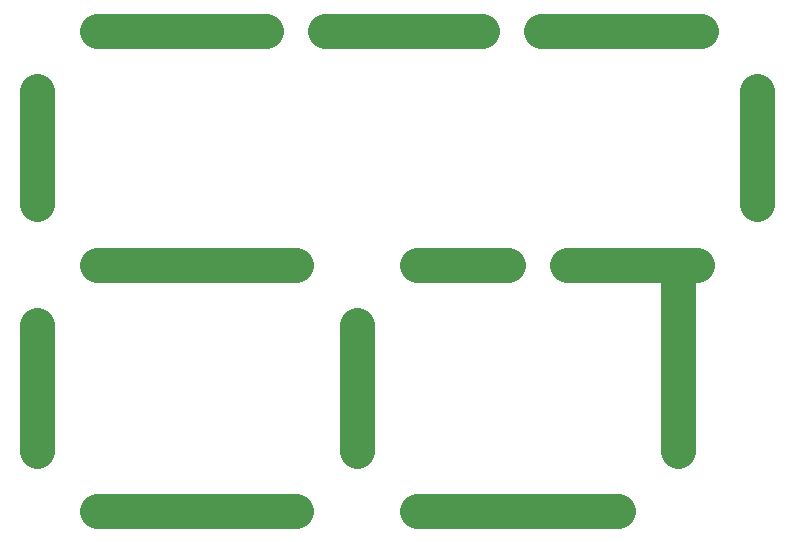
<source format=gbr>
G04 #@! TF.GenerationSoftware,KiCad,Pcbnew,(5.1.9)-1*
G04 #@! TF.CreationDate,2021-05-14T22:58:58-04:00*
G04 #@! TF.ProjectId,Scratch+Com Panelized,53637261-7463-4682-9b43-6f6d2050616e,rev?*
G04 #@! TF.SameCoordinates,Original*
G04 #@! TF.FileFunction,Other,ECO1*
%FSLAX46Y46*%
G04 Gerber Fmt 4.6, Leading zero omitted, Abs format (unit mm)*
G04 Created by KiCad (PCBNEW (5.1.9)-1) date 2021-05-14 22:58:58*
%MOMM*%
%LPD*%
G01*
G04 APERTURE LIST*
%ADD10C,3.000000*%
G04 APERTURE END LIST*
D10*
X155100000Y-118900000D02*
X155090000Y-103110000D01*
X105910000Y-124000000D02*
X122800000Y-124000000D01*
X100800000Y-108200000D02*
X100800000Y-118900000D01*
X100800000Y-88410000D02*
X100800000Y-98000000D01*
X120190000Y-83300000D02*
X105900000Y-83300000D01*
X138490000Y-83300000D02*
X125200000Y-83300000D01*
X143500000Y-83300000D02*
X143510000Y-83300000D01*
X156690000Y-83300000D02*
X143500000Y-83300000D01*
X157025000Y-83305000D02*
X156690000Y-83300000D01*
X161800000Y-98000000D02*
X161800000Y-88410000D01*
X145710000Y-103100000D02*
X156700000Y-103100000D01*
X133010000Y-103100000D02*
X140700000Y-103100000D01*
X133010000Y-124000000D02*
X149990000Y-124000000D01*
X127900000Y-108200000D02*
X127900000Y-118900000D01*
X105900000Y-103100000D02*
X122800000Y-103100000D01*
X138490000Y-83300000D02*
X138500000Y-83300000D01*
X143510000Y-83300000D02*
X143500000Y-83300000D01*
X120190000Y-83300000D02*
X120200000Y-83300000D01*
X125210000Y-83300000D02*
X125200000Y-83300000D01*
X140690000Y-103100000D02*
X140700000Y-103100000D01*
X145710000Y-103100000D02*
X145700000Y-103100000D01*
X133000000Y-124000000D02*
X133010000Y-124000000D01*
X122790000Y-124000000D02*
X122800000Y-124000000D01*
X127900000Y-118890000D02*
X127900000Y-118900000D01*
X155100000Y-118890000D02*
X155100000Y-118900000D01*
X149990000Y-124000000D02*
X150000000Y-124000000D01*
X105910000Y-124000000D02*
X105900000Y-124000000D01*
X100800000Y-118890000D02*
X100800000Y-118900000D01*
X100800000Y-88410000D02*
X100800000Y-88400000D01*
X105910000Y-83300000D02*
X105900000Y-83300000D01*
X156690000Y-83300000D02*
X156700000Y-83300000D01*
X161800000Y-88410000D02*
X161800000Y-88400000D01*
X161800000Y-97990000D02*
X161800000Y-98000000D01*
X156690000Y-103100000D02*
X156700000Y-103100000D01*
X122800000Y-103100000D02*
X122790000Y-103100000D01*
X133010000Y-103100000D02*
X133000000Y-103100000D01*
X127900000Y-108210000D02*
X127900000Y-108200000D01*
X100800000Y-108200000D02*
X100800000Y-108210000D01*
X100800000Y-97990000D02*
X100800000Y-98000000D01*
X105910000Y-103100000D02*
X105900000Y-103100000D01*
M02*

</source>
